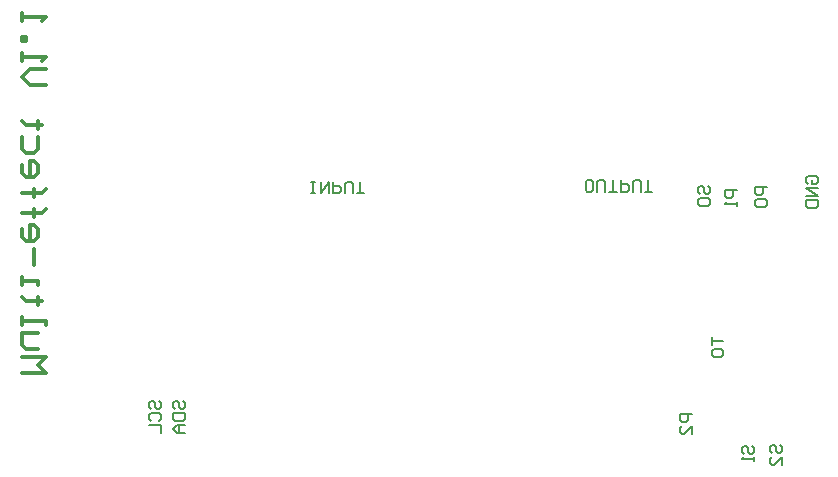
<source format=gbo>
G04*
G04 #@! TF.GenerationSoftware,Altium Limited,Altium Designer,21.9.2 (33)*
G04*
G04 Layer_Color=32896*
%FSLAX25Y25*%
%MOIN*%
G70*
G04*
G04 #@! TF.SameCoordinates,E153DD42-8A7D-485B-B93F-EA924BBF0D18*
G04*
G04*
G04 #@! TF.FilePolarity,Positive*
G04*
G01*
G75*
%ADD19C,0.00610*%
%ADD89C,0.01400*%
D19*
X298110Y137566D02*
X297454Y138222D01*
Y139534D01*
X298110Y140190D01*
X300734D01*
X301390Y139534D01*
Y138222D01*
X300734Y137566D01*
X299422D01*
Y138878D01*
X301390Y136254D02*
X297454D01*
X301390Y133630D01*
X297454D01*
Y132318D02*
X301390D01*
Y130350D01*
X300734Y129694D01*
X298110D01*
X297454Y130350D01*
Y132318D01*
X286110Y47966D02*
X285454Y48622D01*
Y49934D01*
X286110Y50590D01*
X286766D01*
X287422Y49934D01*
Y48622D01*
X288078Y47966D01*
X288734D01*
X289390Y48622D01*
Y49934D01*
X288734Y50590D01*
X289390Y44030D02*
Y46654D01*
X286766Y44030D01*
X286110D01*
X285454Y44686D01*
Y45998D01*
X286110Y46654D01*
X276910Y47766D02*
X276254Y48422D01*
Y49734D01*
X276910Y50390D01*
X277566D01*
X278222Y49734D01*
Y48422D01*
X278878Y47766D01*
X279534D01*
X280190Y48422D01*
Y49734D01*
X279534Y50390D01*
X280190Y46454D02*
Y45142D01*
Y45798D01*
X276254D01*
X276910Y46454D01*
X259590Y60990D02*
X255654D01*
Y59022D01*
X256310Y58366D01*
X257622D01*
X258278Y59022D01*
Y60990D01*
X259590Y54430D02*
Y57054D01*
X256966Y54430D01*
X256310D01*
X255654Y55086D01*
Y56398D01*
X256310Y57054D01*
X284590Y136590D02*
X280654D01*
Y134622D01*
X281310Y133966D01*
X282622D01*
X283278Y134622D01*
Y136590D01*
X280654Y130686D02*
Y131998D01*
X281310Y132654D01*
X283934D01*
X284590Y131998D01*
Y130686D01*
X283934Y130030D01*
X281310D01*
X280654Y130686D01*
X262110Y134166D02*
X261454Y134822D01*
Y136134D01*
X262110Y136790D01*
X262766D01*
X263422Y136134D01*
Y134822D01*
X264078Y134166D01*
X264734D01*
X265390Y134822D01*
Y136134D01*
X264734Y136790D01*
X262110Y132854D02*
X261454Y132198D01*
Y130886D01*
X262110Y130230D01*
X264734D01*
X265390Y130886D01*
Y132198D01*
X264734Y132854D01*
X262110D01*
X274390Y135590D02*
X270454D01*
Y133622D01*
X271110Y132966D01*
X272422D01*
X273078Y133622D01*
Y135590D01*
X274390Y131654D02*
Y130342D01*
Y130998D01*
X270454D01*
X271110Y131654D01*
X266054Y86590D02*
Y83966D01*
Y85278D01*
X269990D01*
X266710Y82654D02*
X266054Y81998D01*
Y80686D01*
X266710Y80030D01*
X269334D01*
X269990Y80686D01*
Y81998D01*
X269334Y82654D01*
X266710D01*
X225978Y134854D02*
X224666D01*
X224010Y135510D01*
Y138134D01*
X224666Y138790D01*
X225978D01*
X226634Y138134D01*
Y135510D01*
X225978Y134854D01*
X227946D02*
Y138134D01*
X228602Y138790D01*
X229914D01*
X230570Y138134D01*
Y134854D01*
X231882D02*
X234506D01*
X233194D01*
Y138790D01*
X235818D02*
Y134854D01*
X237785D01*
X238441Y135510D01*
Y136822D01*
X237785Y137478D01*
X235818D01*
X239753Y134854D02*
Y138134D01*
X240409Y138790D01*
X241721D01*
X242377Y138134D01*
Y134854D01*
X243689D02*
X246313D01*
X245001D01*
Y138790D01*
X132610Y134454D02*
X133922D01*
X133266D01*
Y138390D01*
X132610D01*
X133922D01*
X135890D02*
Y134454D01*
X138514Y138390D01*
Y134454D01*
X139826Y138390D02*
Y134454D01*
X141794D01*
X142450Y135110D01*
Y136422D01*
X141794Y137078D01*
X139826D01*
X143762Y134454D02*
Y137734D01*
X144418Y138390D01*
X145729D01*
X146385Y137734D01*
Y134454D01*
X147697D02*
X150321D01*
X149009D01*
Y138390D01*
X79310Y62566D02*
X78654Y63222D01*
Y64534D01*
X79310Y65190D01*
X79966D01*
X80622Y64534D01*
Y63222D01*
X81278Y62566D01*
X81934D01*
X82590Y63222D01*
Y64534D01*
X81934Y65190D01*
X79310Y58630D02*
X78654Y59286D01*
Y60598D01*
X79310Y61254D01*
X81934D01*
X82590Y60598D01*
Y59286D01*
X81934Y58630D01*
X78654Y57318D02*
X82590D01*
Y54694D01*
X87310Y62566D02*
X86654Y63222D01*
Y64534D01*
X87310Y65190D01*
X87966D01*
X88622Y64534D01*
Y63222D01*
X89278Y62566D01*
X89934D01*
X90590Y63222D01*
Y64534D01*
X89934Y65190D01*
X86654Y61254D02*
X90590D01*
Y59286D01*
X89934Y58630D01*
X87310D01*
X86654Y59286D01*
Y61254D01*
X90590Y57318D02*
X87966D01*
X86654Y56006D01*
X87966Y54694D01*
X90590D01*
X88622D01*
Y57318D01*
D89*
X36200Y74600D02*
X44197D01*
X41532Y77266D01*
X44197Y79932D01*
X36200D01*
X41532Y82597D02*
X37533D01*
X36200Y83930D01*
Y87929D01*
X41532D01*
X36200Y90595D02*
Y93261D01*
Y91928D01*
X44197D01*
Y90595D01*
X42865Y98592D02*
X41532D01*
Y97259D01*
Y99925D01*
Y98592D01*
X37533D01*
X36200Y99925D01*
Y103924D02*
Y106590D01*
Y105257D01*
X41532D01*
Y103924D01*
X40199Y110588D02*
Y115920D01*
X36200Y122584D02*
Y119919D01*
X37533Y118586D01*
X40199D01*
X41532Y119919D01*
Y122584D01*
X40199Y123917D01*
X38866D01*
Y118586D01*
X36200Y127916D02*
X42865D01*
X40199D01*
Y126583D01*
Y129249D01*
Y127916D01*
X42865D01*
X44197Y129249D01*
X36200Y134581D02*
X42865D01*
X40199D01*
Y133248D01*
Y135914D01*
Y134581D01*
X42865D01*
X44197Y135914D01*
X36200Y143911D02*
Y141245D01*
X37533Y139912D01*
X40199D01*
X41532Y141245D01*
Y143911D01*
X40199Y145244D01*
X38866D01*
Y139912D01*
X41532Y153241D02*
Y149242D01*
X40199Y147910D01*
X37533D01*
X36200Y149242D01*
Y153241D01*
X42865Y157240D02*
X41532D01*
Y155907D01*
Y158573D01*
Y157240D01*
X37533D01*
X36200Y158573D01*
X44197Y170569D02*
X38866D01*
X36200Y173235D01*
X38866Y175900D01*
X44197D01*
X36200Y178566D02*
Y181232D01*
Y179899D01*
X44197D01*
X42865Y178566D01*
X36200Y185231D02*
X37533D01*
Y186564D01*
X36200D01*
Y185231D01*
Y191895D02*
Y194561D01*
Y193228D01*
X44197D01*
X42865Y191895D01*
M02*

</source>
